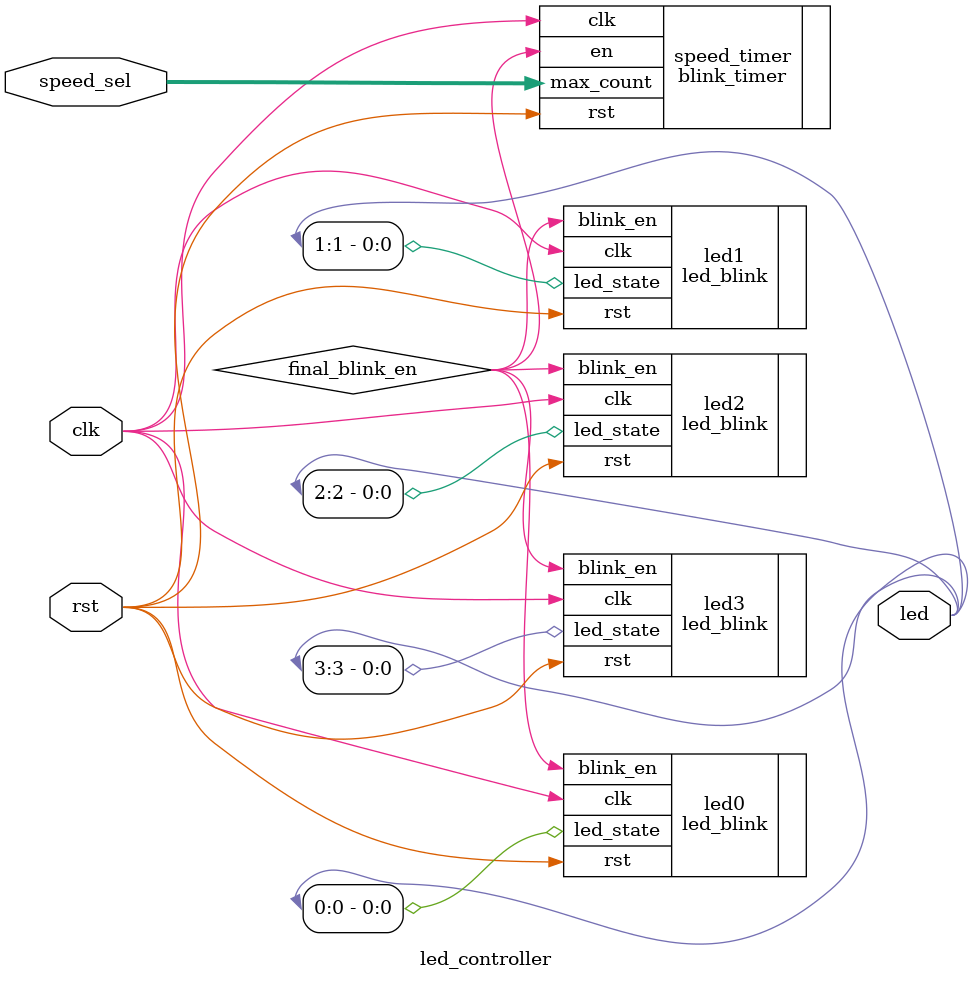
<source format=sv>
`timescale 1ns / 1ps

//Main inputs and desired project output of 4 Discrete LEDs
module led_controller #(parameter N = 27)(
    input logic clk,
    input logic rst,
    input logic [N-1:0] speed_sel,
    output logic [3:0] led
    );
    
    //Internal logic wires to define proper speeds for the LEDs
    logic en_slowest, en_slow, en_fast, en_fastest;
    
    //All LEDs will blink at the same speed. Project guidelines did not define specifics
    //for individual or all at once
    logic final_blink_en; 

    blink_timer #(.N(N)) speed_timer(
        .clk(clk),
        .rst(rst),
        .max_count(speed_sel),
        .en(final_blink_en)
        );
    
    //Defines each discrete LED for control. All blink at the same rate driven by
    //final_blink_en signal
    // LED 0
    led_blink led0 (
        .clk(clk), 
        .rst(rst), 
        .blink_en(final_blink_en), 
        .led_state(led[0])
        );
    // LED 1
    led_blink led1 (
        .clk(clk), 
        .rst(rst), 
        .blink_en(final_blink_en), 
        .led_state(led[1])
        );
    // LED 2
    led_blink led2 (
        .clk(clk), 
        .rst(rst), 
        .blink_en(final_blink_en), 
        .led_state(led[2])
        );
    // LED 3
    led_blink led3 (
        .clk(clk), 
        .rst(rst), 
        .blink_en(final_blink_en), 
        .led_state(led[3])
        );
    
endmodule

</source>
